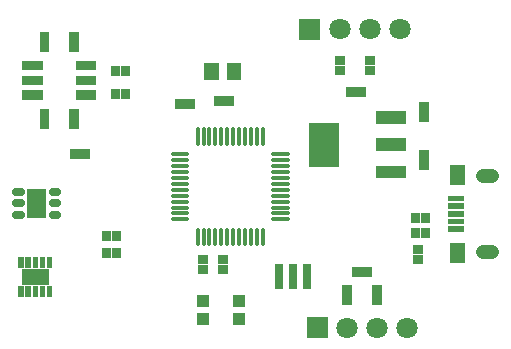
<source format=gts>
G04 Layer: TopSolderMaskLayer*
G04 EasyEDA v6.4.31, 2022-03-03 13:31:49*
G04 40e5de87a7664572b24e6dd0e93d503d,d021fe9ff0164b2b908f64b513dd86bf,10*
G04 Gerber Generator version 0.2*
G04 Scale: 100 percent, Rotated: No, Reflected: No *
G04 Dimensions in millimeters *
G04 leading zeros omitted , absolute positions ,4 integer and 5 decimal *
%FSLAX45Y45*%
%MOMM*%

%ADD39C,1.2000*%
%ADD40C,0.6616*%
%ADD41C,0.3700*%
%ADD57C,1.8016*%

%LPD*%
D39*
X5122494Y5349214D02*
G01*
X5052494Y5349214D01*
X5122494Y4709210D02*
G01*
X5052494Y4709210D01*
D40*
X1095763Y5218099D02*
G01*
X1134765Y5218099D01*
X1095763Y5118100D02*
G01*
X1134765Y5118100D01*
X1095763Y5018100D02*
G01*
X1134765Y5018100D01*
X1405262Y5018100D02*
G01*
X1444264Y5018100D01*
X1405262Y5118100D02*
G01*
X1444264Y5118100D01*
X1405262Y5218099D02*
G01*
X1444264Y5218099D01*
D41*
X2633294Y4894305D02*
G01*
X2633294Y4771306D01*
X2683306Y4894305D02*
G01*
X2683306Y4771306D01*
X2733293Y4894305D02*
G01*
X2733293Y4771306D01*
X2783306Y4894305D02*
G01*
X2783306Y4771306D01*
X2833293Y4894305D02*
G01*
X2833293Y4771306D01*
X2883306Y4894305D02*
G01*
X2883306Y4771306D01*
X2933293Y4894305D02*
G01*
X2933293Y4771306D01*
X2983306Y4894305D02*
G01*
X2983306Y4771306D01*
X3033293Y4894305D02*
G01*
X3033293Y4771306D01*
X3083306Y4894305D02*
G01*
X3083306Y4771306D01*
X3133293Y4894305D02*
G01*
X3133293Y4771306D01*
X3183305Y4894305D02*
G01*
X3183305Y4771306D01*
X3271794Y4982794D02*
G01*
X3394793Y4982794D01*
X3271794Y5032806D02*
G01*
X3394793Y5032806D01*
X3271794Y5082794D02*
G01*
X3394793Y5082794D01*
X3271794Y5132806D02*
G01*
X3394793Y5132806D01*
X3271794Y5182793D02*
G01*
X3394793Y5182793D01*
X3271794Y5232806D02*
G01*
X3394793Y5232806D01*
X3271794Y5282793D02*
G01*
X3394793Y5282793D01*
X3271794Y5332806D02*
G01*
X3394793Y5332806D01*
X3271794Y5382793D02*
G01*
X3394793Y5382793D01*
X3271794Y5432805D02*
G01*
X3394793Y5432805D01*
X3271794Y5482793D02*
G01*
X3394793Y5482793D01*
X3271794Y5532805D02*
G01*
X3394793Y5532805D01*
X3183305Y5744291D02*
G01*
X3183305Y5621291D01*
X3133293Y5744291D02*
G01*
X3133293Y5621291D01*
X3083306Y5744291D02*
G01*
X3083306Y5621291D01*
X3033293Y5744291D02*
G01*
X3033293Y5621291D01*
X2983306Y5744291D02*
G01*
X2983306Y5621291D01*
X2933293Y5744291D02*
G01*
X2933293Y5621291D01*
X2883306Y5744291D02*
G01*
X2883306Y5621291D01*
X2833293Y5744291D02*
G01*
X2833293Y5621291D01*
X2783306Y5744291D02*
G01*
X2783306Y5621291D01*
X2733293Y5744291D02*
G01*
X2733293Y5621291D01*
X2683306Y5744291D02*
G01*
X2683306Y5621291D01*
X2633294Y5744291D02*
G01*
X2633294Y5621291D01*
X2421808Y5532805D02*
G01*
X2544808Y5532805D01*
X2421808Y5482793D02*
G01*
X2544808Y5482793D01*
X2421808Y5432805D02*
G01*
X2544808Y5432805D01*
X2421808Y5382793D02*
G01*
X2544808Y5382793D01*
X2421808Y5332806D02*
G01*
X2544808Y5332806D01*
X2421808Y5282793D02*
G01*
X2544808Y5282793D01*
X2421808Y5232806D02*
G01*
X2544808Y5232806D01*
X2421808Y5182793D02*
G01*
X2544808Y5182793D01*
X2421808Y5132806D02*
G01*
X2544808Y5132806D01*
X2421808Y5082794D02*
G01*
X2544808Y5082794D01*
X2421808Y5032806D02*
G01*
X2544808Y5032806D01*
X2421808Y4982794D02*
G01*
X2544808Y4982794D01*
G36*
X3943350Y4491228D02*
G01*
X3943350Y4576571D01*
X4023613Y4576571D01*
X4023613Y4491228D01*
G37*
G36*
X4028186Y4491228D02*
G01*
X4028186Y4576571D01*
X4108450Y4576571D01*
X4108450Y4491228D01*
G37*
G36*
X4503927Y5488686D02*
G01*
X4503927Y5568950D01*
X4589272Y5568950D01*
X4589272Y5488686D01*
G37*
G36*
X4503927Y5403850D02*
G01*
X4503927Y5484113D01*
X4589272Y5484113D01*
X4589272Y5403850D01*
G37*
G36*
X4503927Y5810250D02*
G01*
X4503927Y5890513D01*
X4589272Y5890513D01*
X4589272Y5810250D01*
G37*
G36*
X4503927Y5895086D02*
G01*
X4503927Y5975350D01*
X4589272Y5975350D01*
X4589272Y5895086D01*
G37*
G36*
X3892550Y6015228D02*
G01*
X3892550Y6100571D01*
X3972813Y6100571D01*
X3972813Y6015228D01*
G37*
G36*
X3977386Y6015228D02*
G01*
X3977386Y6100571D01*
X4057650Y6100571D01*
X4057650Y6015228D01*
G37*
G36*
X4453127Y4603750D02*
G01*
X4453127Y4684013D01*
X4538472Y4684013D01*
X4538472Y4603750D01*
G37*
G36*
X4453127Y4688586D02*
G01*
X4453127Y4768850D01*
X4538472Y4768850D01*
X4538472Y4688586D01*
G37*
G36*
X2859786Y5939028D02*
G01*
X2859786Y6024371D01*
X2940050Y6024371D01*
X2940050Y5939028D01*
G37*
G36*
X2774950Y5939028D02*
G01*
X2774950Y6024371D01*
X2855213Y6024371D01*
X2855213Y5939028D01*
G37*
G36*
X2529586Y5913628D02*
G01*
X2529586Y5998971D01*
X2609850Y5998971D01*
X2609850Y5913628D01*
G37*
G36*
X2444750Y5913628D02*
G01*
X2444750Y5998971D01*
X2525013Y5998971D01*
X2525013Y5913628D01*
G37*
G36*
X2637281Y4517389D02*
G01*
X2637281Y4597654D01*
X2722625Y4597654D01*
X2722625Y4517389D01*
G37*
G36*
X2637281Y4602226D02*
G01*
X2637281Y4682489D01*
X2722625Y4682489D01*
X2722625Y4602226D01*
G37*
G36*
X2807461Y4517389D02*
G01*
X2807461Y4597654D01*
X2892552Y4597654D01*
X2892552Y4517389D01*
G37*
G36*
X2807461Y4602226D02*
G01*
X2807461Y4682489D01*
X2892552Y4682489D01*
X2892552Y4602226D01*
G37*
G36*
X3856227Y4345686D02*
G01*
X3856227Y4425950D01*
X3941572Y4425950D01*
X3941572Y4345686D01*
G37*
G36*
X3856227Y4260850D02*
G01*
X3856227Y4341113D01*
X3941572Y4341113D01*
X3941572Y4260850D01*
G37*
G36*
X4110227Y4345686D02*
G01*
X4110227Y4425950D01*
X4195572Y4425950D01*
X4195572Y4345686D01*
G37*
G36*
X4110227Y4260850D02*
G01*
X4110227Y4341113D01*
X4195572Y4341113D01*
X4195572Y4260850D01*
G37*
G36*
X1983486Y6002528D02*
G01*
X1983486Y6087871D01*
X2063750Y6087871D01*
X2063750Y6002528D01*
G37*
G36*
X1898650Y6002528D02*
G01*
X1898650Y6087871D01*
X1978913Y6087871D01*
X1978913Y6002528D01*
G37*
G36*
X1983486Y6193028D02*
G01*
X1983486Y6278371D01*
X2063750Y6278371D01*
X2063750Y6193028D01*
G37*
G36*
X1898650Y6193028D02*
G01*
X1898650Y6278371D01*
X1978913Y6278371D01*
X1978913Y6193028D01*
G37*
G36*
X1640586Y5494528D02*
G01*
X1640586Y5579871D01*
X1720850Y5579871D01*
X1720850Y5494528D01*
G37*
G36*
X1555750Y5494528D02*
G01*
X1555750Y5579871D01*
X1636013Y5579871D01*
X1636013Y5494528D01*
G37*
G36*
X4046727Y6288786D02*
G01*
X4046727Y6369050D01*
X4132072Y6369050D01*
X4132072Y6288786D01*
G37*
G36*
X4046727Y6203950D02*
G01*
X4046727Y6284213D01*
X4132072Y6284213D01*
X4132072Y6203950D01*
G37*
G36*
X3792727Y6288786D02*
G01*
X3792727Y6369050D01*
X3878072Y6369050D01*
X3878072Y6288786D01*
G37*
G36*
X3792727Y6203950D02*
G01*
X3792727Y6284213D01*
X3878072Y6284213D01*
X3878072Y6203950D01*
G37*
G36*
X4523486Y4821428D02*
G01*
X4523486Y4906771D01*
X4603750Y4906771D01*
X4603750Y4821428D01*
G37*
G36*
X4438650Y4821428D02*
G01*
X4438650Y4906771D01*
X4518913Y4906771D01*
X4518913Y4821428D01*
G37*
G36*
X4523486Y4948428D02*
G01*
X4523486Y5033771D01*
X4603750Y5033771D01*
X4603750Y4948428D01*
G37*
G36*
X4438650Y4948428D02*
G01*
X4438650Y5033771D01*
X4518913Y5033771D01*
X4518913Y4948428D01*
G37*
G36*
X1907286Y4796028D02*
G01*
X1907286Y4881371D01*
X1987550Y4881371D01*
X1987550Y4796028D01*
G37*
G36*
X1822450Y4796028D02*
G01*
X1822450Y4881371D01*
X1902713Y4881371D01*
X1902713Y4796028D01*
G37*
G36*
X1907286Y4656328D02*
G01*
X1907286Y4741671D01*
X1987550Y4741671D01*
X1987550Y4656328D01*
G37*
G36*
X1822450Y4656328D02*
G01*
X1822450Y4741671D01*
X1902713Y4741671D01*
X1902713Y4656328D01*
G37*
G36*
X2629408Y4089400D02*
G01*
X2629408Y4190745D01*
X2730754Y4190745D01*
X2730754Y4089400D01*
G37*
G36*
X2629408Y4241800D02*
G01*
X2629408Y4343145D01*
X2730754Y4343145D01*
X2730754Y4241800D01*
G37*
G36*
X2933954Y4089400D02*
G01*
X2933954Y4190745D01*
X3035300Y4190745D01*
X3035300Y4089400D01*
G37*
G36*
X2933954Y4241800D02*
G01*
X2933954Y4343145D01*
X3035300Y4343145D01*
X3035300Y4241800D01*
G37*
G36*
X4748529Y4874260D02*
G01*
X4748529Y4924297D01*
X4888484Y4924297D01*
X4888484Y4874260D01*
G37*
G36*
X4748529Y5134102D02*
G01*
X4748529Y5184139D01*
X4888484Y5184139D01*
X4888484Y5134102D01*
G37*
G36*
X4748529Y5069078D02*
G01*
X4748529Y5119115D01*
X4888484Y5119115D01*
X4888484Y5069078D01*
G37*
G36*
X4748529Y5004307D02*
G01*
X4748529Y5054092D01*
X4888484Y5054092D01*
X4888484Y5004307D01*
G37*
G36*
X4748529Y4939284D02*
G01*
X4748529Y4989321D01*
X4888484Y4989321D01*
X4888484Y4939284D01*
G37*
G36*
X4769611Y5274310D02*
G01*
X4769611Y5444236D01*
X4899406Y5444236D01*
X4899406Y5274310D01*
G37*
G36*
X4769611Y4614163D02*
G01*
X4769611Y4784089D01*
X4899406Y4784089D01*
X4899406Y4614163D01*
G37*
G36*
X1189989Y4993131D02*
G01*
X1189989Y5243068D01*
X1350010Y5243068D01*
X1350010Y4993131D01*
G37*
G36*
X1601470Y5994907D02*
G01*
X1601470Y6075171D01*
X1771904Y6075171D01*
X1771904Y5994907D01*
G37*
G36*
X1601470Y6119368D02*
G01*
X1601470Y6199631D01*
X1771904Y6199631D01*
X1771904Y6119368D01*
G37*
G36*
X1601470Y6243828D02*
G01*
X1601470Y6324092D01*
X1771904Y6324092D01*
X1771904Y6243828D01*
G37*
G36*
X1544828Y6399276D02*
G01*
X1544828Y6569710D01*
X1625092Y6569710D01*
X1625092Y6399276D01*
G37*
G36*
X1295907Y6399276D02*
G01*
X1295907Y6569710D01*
X1376171Y6569710D01*
X1376171Y6399276D01*
G37*
G36*
X1149350Y6243828D02*
G01*
X1149350Y6324092D01*
X1319784Y6324092D01*
X1319784Y6243828D01*
G37*
G36*
X1149350Y6119368D02*
G01*
X1149350Y6199631D01*
X1319784Y6199631D01*
X1319784Y6119368D01*
G37*
G36*
X1149350Y5994907D02*
G01*
X1149350Y6075171D01*
X1319784Y6075171D01*
X1319784Y5994907D01*
G37*
G36*
X1295907Y5749036D02*
G01*
X1295907Y5919470D01*
X1376171Y5919470D01*
X1376171Y5749036D01*
G37*
G36*
X1544828Y5749036D02*
G01*
X1544828Y5919470D01*
X1625092Y5919470D01*
X1625092Y5749036D01*
G37*
G36*
X1115313Y4325620D02*
G01*
X1115313Y4418329D01*
X1159255Y4418329D01*
X1159255Y4325620D01*
G37*
G36*
X1175512Y4325620D02*
G01*
X1175512Y4418329D01*
X1219200Y4418329D01*
X1219200Y4325620D01*
G37*
G36*
X1235455Y4325620D02*
G01*
X1235455Y4418329D01*
X1279144Y4418329D01*
X1279144Y4325620D01*
G37*
G36*
X1295400Y4325620D02*
G01*
X1295400Y4418329D01*
X1339087Y4418329D01*
X1339087Y4325620D01*
G37*
G36*
X1355344Y4325620D02*
G01*
X1355344Y4418329D01*
X1399286Y4418329D01*
X1399286Y4325620D01*
G37*
G36*
X1355344Y4573270D02*
G01*
X1355344Y4665979D01*
X1399286Y4665979D01*
X1399286Y4573270D01*
G37*
G36*
X1295400Y4573270D02*
G01*
X1295400Y4665979D01*
X1339087Y4665979D01*
X1339087Y4573270D01*
G37*
G36*
X1235455Y4573270D02*
G01*
X1235455Y4665979D01*
X1279144Y4665979D01*
X1279144Y4573270D01*
G37*
G36*
X1175512Y4573270D02*
G01*
X1175512Y4665979D01*
X1219200Y4665979D01*
X1219200Y4573270D01*
G37*
G36*
X1115313Y4573270D02*
G01*
X1115313Y4665979D01*
X1159255Y4665979D01*
X1159255Y4573270D01*
G37*
G36*
X1142237Y4430776D02*
G01*
X1142237Y4560823D01*
X1372362Y4560823D01*
X1372362Y4430776D01*
G37*
G36*
X4142740Y5329428D02*
G01*
X4142740Y5437378D01*
X4399788Y5437378D01*
X4399788Y5329428D01*
G37*
G36*
X4142740Y5559297D02*
G01*
X4142740Y5667502D01*
X4399788Y5667502D01*
X4399788Y5559297D01*
G37*
G36*
X4142740Y5789421D02*
G01*
X4142740Y5897371D01*
X4399788Y5897371D01*
X4399788Y5789421D01*
G37*
G36*
X3575811Y5428234D02*
G01*
X3575811Y5798565D01*
X3832859Y5798565D01*
X3832859Y5428234D01*
G37*
G36*
X2879597Y6161786D02*
G01*
X2879597Y6309613D01*
X3003041Y6309613D01*
X3003041Y6161786D01*
G37*
G36*
X2686558Y6161786D02*
G01*
X2686558Y6309613D01*
X2810002Y6309613D01*
X2810002Y6161786D01*
G37*
G36*
X3289808Y4390389D02*
G01*
X3289808Y4601210D01*
X3355086Y4601210D01*
X3355086Y4390389D01*
G37*
G36*
X3409188Y4390389D02*
G01*
X3409188Y4601210D01*
X3474465Y4601210D01*
X3474465Y4390389D01*
G37*
G36*
X3528313Y4390389D02*
G01*
X3528313Y4601210D01*
X3593845Y4601210D01*
X3593845Y4390389D01*
G37*
G36*
X3554729Y3973829D02*
G01*
X3554729Y4154170D01*
X3735070Y4154170D01*
X3735070Y3973829D01*
G37*
D57*
G01*
X3898900Y4064000D03*
G01*
X4152900Y4064000D03*
G01*
X4406900Y4064000D03*
G36*
X3491229Y6501129D02*
G01*
X3491229Y6681470D01*
X3671570Y6681470D01*
X3671570Y6501129D01*
G37*
G01*
X3835400Y6591300D03*
G01*
X4089400Y6591300D03*
G01*
X4343400Y6591300D03*
M02*

</source>
